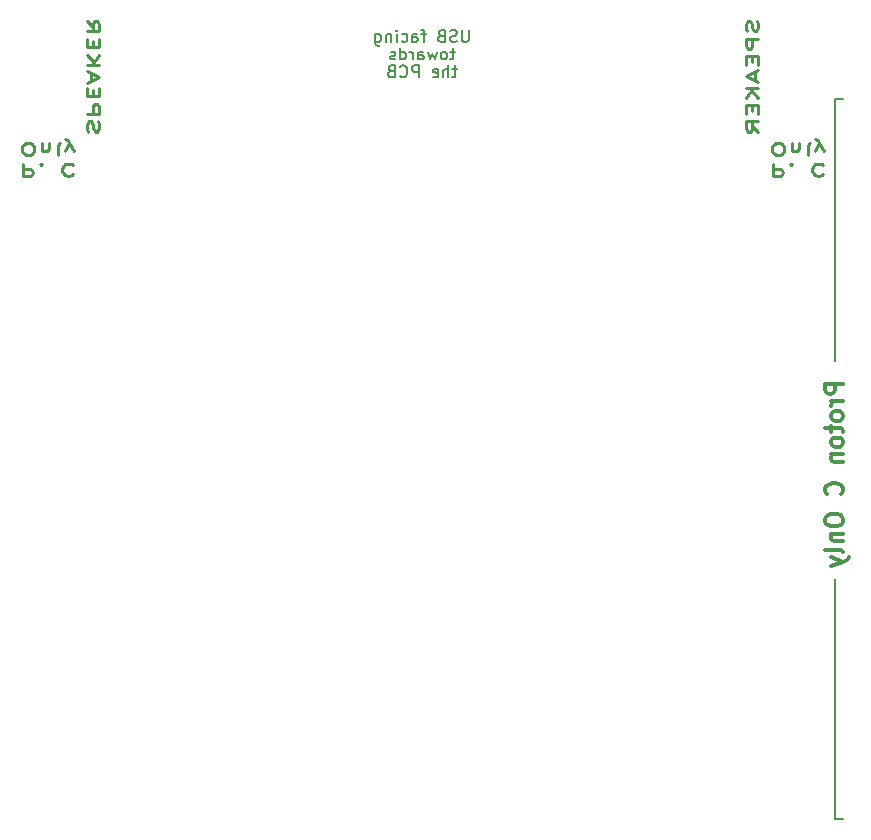
<source format=gbr>
G04 #@! TF.GenerationSoftware,KiCad,Pcbnew,(5.0.1-3-g963ef8bb5)*
G04 #@! TF.CreationDate,2019-02-13T00:25:30-08:00*
G04 #@! TF.ProjectId,midi-anything,6D6964692D616E797468696E672E6B69,rev?*
G04 #@! TF.SameCoordinates,Original*
G04 #@! TF.FileFunction,Legend,Bot*
G04 #@! TF.FilePolarity,Positive*
%FSLAX46Y46*%
G04 Gerber Fmt 4.6, Leading zero omitted, Abs format (unit mm)*
G04 Created by KiCad (PCBNEW (5.0.1-3-g963ef8bb5)) date Wednesday, February 13, 2019 at 12:25:30 AM*
%MOMM*%
%LPD*%
G01*
G04 APERTURE LIST*
%ADD10C,0.250000*%
%ADD11C,0.200000*%
%ADD12C,0.300000*%
%ADD13C,0.150000*%
G04 APERTURE END LIST*
D10*
X171854761Y-58186428D02*
X171902380Y-58400714D01*
X171902380Y-58757857D01*
X171854761Y-58900714D01*
X171807142Y-58972142D01*
X171711904Y-59043571D01*
X171616666Y-59043571D01*
X171521428Y-58972142D01*
X171473809Y-58900714D01*
X171426190Y-58757857D01*
X171378571Y-58472142D01*
X171330952Y-58329285D01*
X171283333Y-58257857D01*
X171188095Y-58186428D01*
X171092857Y-58186428D01*
X170997619Y-58257857D01*
X170950000Y-58329285D01*
X170902380Y-58472142D01*
X170902380Y-58829285D01*
X170950000Y-59043571D01*
X171902380Y-59686428D02*
X170902380Y-59686428D01*
X170902380Y-60257857D01*
X170950000Y-60400714D01*
X170997619Y-60472142D01*
X171092857Y-60543571D01*
X171235714Y-60543571D01*
X171330952Y-60472142D01*
X171378571Y-60400714D01*
X171426190Y-60257857D01*
X171426190Y-59686428D01*
X171378571Y-61186428D02*
X171378571Y-61686428D01*
X171902380Y-61900714D02*
X171902380Y-61186428D01*
X170902380Y-61186428D01*
X170902380Y-61900714D01*
X171616666Y-62472142D02*
X171616666Y-63186428D01*
X171902380Y-62329285D02*
X170902380Y-62829285D01*
X171902380Y-63329285D01*
X171902380Y-63829285D02*
X170902380Y-63829285D01*
X171902380Y-64686428D02*
X171330952Y-64043571D01*
X170902380Y-64686428D02*
X171473809Y-63829285D01*
X171378571Y-65329285D02*
X171378571Y-65829285D01*
X171902380Y-66043571D02*
X171902380Y-65329285D01*
X170902380Y-65329285D01*
X170902380Y-66043571D01*
X171902380Y-67543571D02*
X171426190Y-67043571D01*
X171902380Y-66686428D02*
X170902380Y-66686428D01*
X170902380Y-67257857D01*
X170950000Y-67400714D01*
X170997619Y-67472142D01*
X171092857Y-67543571D01*
X171235714Y-67543571D01*
X171330952Y-67472142D01*
X171378571Y-67400714D01*
X171426190Y-67257857D01*
X171426190Y-66686428D01*
X115165238Y-67543571D02*
X115117619Y-67329285D01*
X115117619Y-66972142D01*
X115165238Y-66829285D01*
X115212857Y-66757857D01*
X115308095Y-66686428D01*
X115403333Y-66686428D01*
X115498571Y-66757857D01*
X115546190Y-66829285D01*
X115593809Y-66972142D01*
X115641428Y-67257857D01*
X115689047Y-67400714D01*
X115736666Y-67472142D01*
X115831904Y-67543571D01*
X115927142Y-67543571D01*
X116022380Y-67472142D01*
X116070000Y-67400714D01*
X116117619Y-67257857D01*
X116117619Y-66900714D01*
X116070000Y-66686428D01*
X115117619Y-66043571D02*
X116117619Y-66043571D01*
X116117619Y-65472142D01*
X116070000Y-65329285D01*
X116022380Y-65257857D01*
X115927142Y-65186428D01*
X115784285Y-65186428D01*
X115689047Y-65257857D01*
X115641428Y-65329285D01*
X115593809Y-65472142D01*
X115593809Y-66043571D01*
X115641428Y-64543571D02*
X115641428Y-64043571D01*
X115117619Y-63829285D02*
X115117619Y-64543571D01*
X116117619Y-64543571D01*
X116117619Y-63829285D01*
X115403333Y-63257857D02*
X115403333Y-62543571D01*
X115117619Y-63400714D02*
X116117619Y-62900714D01*
X115117619Y-62400714D01*
X115117619Y-61900714D02*
X116117619Y-61900714D01*
X115117619Y-61043571D02*
X115689047Y-61686428D01*
X116117619Y-61043571D02*
X115546190Y-61900714D01*
X115641428Y-60400714D02*
X115641428Y-59900714D01*
X115117619Y-59686428D02*
X115117619Y-60400714D01*
X116117619Y-60400714D01*
X116117619Y-59686428D01*
X115117619Y-58186428D02*
X115593809Y-58686428D01*
X115117619Y-59043571D02*
X116117619Y-59043571D01*
X116117619Y-58472142D01*
X116070000Y-58329285D01*
X116022380Y-58257857D01*
X115927142Y-58186428D01*
X115784285Y-58186428D01*
X115689047Y-58257857D01*
X115641428Y-58329285D01*
X115593809Y-58472142D01*
X115593809Y-59043571D01*
D11*
X178435000Y-125730000D02*
X179070000Y-125730000D01*
X178435000Y-105410000D02*
X178435000Y-125730000D01*
X178435000Y-64770000D02*
X179070000Y-64770000D01*
X178435000Y-86995000D02*
X178435000Y-64770000D01*
D10*
X109688571Y-70272619D02*
X109688571Y-71272619D01*
X110260000Y-71272619D01*
X110402857Y-71225000D01*
X110474285Y-71177380D01*
X110545714Y-71082142D01*
X110545714Y-70939285D01*
X110474285Y-70844047D01*
X110402857Y-70796428D01*
X110260000Y-70748809D01*
X109688571Y-70748809D01*
X111188571Y-70367857D02*
X111260000Y-70320238D01*
X111188571Y-70272619D01*
X111117142Y-70320238D01*
X111188571Y-70367857D01*
X111188571Y-70272619D01*
X113902857Y-70367857D02*
X113831428Y-70320238D01*
X113617142Y-70272619D01*
X113474285Y-70272619D01*
X113260000Y-70320238D01*
X113117142Y-70415476D01*
X113045714Y-70510714D01*
X112974285Y-70701190D01*
X112974285Y-70844047D01*
X113045714Y-71034523D01*
X113117142Y-71129761D01*
X113260000Y-71225000D01*
X113474285Y-71272619D01*
X113617142Y-71272619D01*
X113831428Y-71225000D01*
X113902857Y-71177380D01*
X109974285Y-69522619D02*
X110260000Y-69522619D01*
X110402857Y-69475000D01*
X110545714Y-69379761D01*
X110617142Y-69189285D01*
X110617142Y-68855952D01*
X110545714Y-68665476D01*
X110402857Y-68570238D01*
X110260000Y-68522619D01*
X109974285Y-68522619D01*
X109831428Y-68570238D01*
X109688571Y-68665476D01*
X109617142Y-68855952D01*
X109617142Y-69189285D01*
X109688571Y-69379761D01*
X109831428Y-69475000D01*
X109974285Y-69522619D01*
X111260000Y-69189285D02*
X111260000Y-68522619D01*
X111260000Y-69094047D02*
X111331428Y-69141666D01*
X111474285Y-69189285D01*
X111688571Y-69189285D01*
X111831428Y-69141666D01*
X111902857Y-69046428D01*
X111902857Y-68522619D01*
X112831428Y-68522619D02*
X112688571Y-68570238D01*
X112617142Y-68665476D01*
X112617142Y-69522619D01*
X113260000Y-69189285D02*
X113617142Y-68522619D01*
X113974285Y-69189285D02*
X113617142Y-68522619D01*
X113474285Y-68284523D01*
X113402857Y-68236904D01*
X113260000Y-68189285D01*
X173188571Y-70272619D02*
X173188571Y-71272619D01*
X173760000Y-71272619D01*
X173902857Y-71225000D01*
X173974285Y-71177380D01*
X174045714Y-71082142D01*
X174045714Y-70939285D01*
X173974285Y-70844047D01*
X173902857Y-70796428D01*
X173760000Y-70748809D01*
X173188571Y-70748809D01*
X174688571Y-70367857D02*
X174760000Y-70320238D01*
X174688571Y-70272619D01*
X174617142Y-70320238D01*
X174688571Y-70367857D01*
X174688571Y-70272619D01*
X177402857Y-70367857D02*
X177331428Y-70320238D01*
X177117142Y-70272619D01*
X176974285Y-70272619D01*
X176760000Y-70320238D01*
X176617142Y-70415476D01*
X176545714Y-70510714D01*
X176474285Y-70701190D01*
X176474285Y-70844047D01*
X176545714Y-71034523D01*
X176617142Y-71129761D01*
X176760000Y-71225000D01*
X176974285Y-71272619D01*
X177117142Y-71272619D01*
X177331428Y-71225000D01*
X177402857Y-71177380D01*
X173474285Y-69522619D02*
X173760000Y-69522619D01*
X173902857Y-69475000D01*
X174045714Y-69379761D01*
X174117142Y-69189285D01*
X174117142Y-68855952D01*
X174045714Y-68665476D01*
X173902857Y-68570238D01*
X173760000Y-68522619D01*
X173474285Y-68522619D01*
X173331428Y-68570238D01*
X173188571Y-68665476D01*
X173117142Y-68855952D01*
X173117142Y-69189285D01*
X173188571Y-69379761D01*
X173331428Y-69475000D01*
X173474285Y-69522619D01*
X174760000Y-69189285D02*
X174760000Y-68522619D01*
X174760000Y-69094047D02*
X174831428Y-69141666D01*
X174974285Y-69189285D01*
X175188571Y-69189285D01*
X175331428Y-69141666D01*
X175402857Y-69046428D01*
X175402857Y-68522619D01*
X176331428Y-68522619D02*
X176188571Y-68570238D01*
X176117142Y-68665476D01*
X176117142Y-69522619D01*
X176760000Y-69189285D02*
X177117142Y-68522619D01*
X177474285Y-69189285D02*
X177117142Y-68522619D01*
X176974285Y-68284523D01*
X176902857Y-68236904D01*
X176760000Y-68189285D01*
D12*
X179113571Y-88877142D02*
X177613571Y-88877142D01*
X177613571Y-89448571D01*
X177685000Y-89591428D01*
X177756428Y-89662857D01*
X177899285Y-89734285D01*
X178113571Y-89734285D01*
X178256428Y-89662857D01*
X178327857Y-89591428D01*
X178399285Y-89448571D01*
X178399285Y-88877142D01*
X179113571Y-90377142D02*
X178113571Y-90377142D01*
X178399285Y-90377142D02*
X178256428Y-90448571D01*
X178185000Y-90520000D01*
X178113571Y-90662857D01*
X178113571Y-90805714D01*
X179113571Y-91520000D02*
X179042142Y-91377142D01*
X178970714Y-91305714D01*
X178827857Y-91234285D01*
X178399285Y-91234285D01*
X178256428Y-91305714D01*
X178185000Y-91377142D01*
X178113571Y-91520000D01*
X178113571Y-91734285D01*
X178185000Y-91877142D01*
X178256428Y-91948571D01*
X178399285Y-92020000D01*
X178827857Y-92020000D01*
X178970714Y-91948571D01*
X179042142Y-91877142D01*
X179113571Y-91734285D01*
X179113571Y-91520000D01*
X178113571Y-92448571D02*
X178113571Y-93020000D01*
X177613571Y-92662857D02*
X178899285Y-92662857D01*
X179042142Y-92734285D01*
X179113571Y-92877142D01*
X179113571Y-93020000D01*
X179113571Y-93734285D02*
X179042142Y-93591428D01*
X178970714Y-93520000D01*
X178827857Y-93448571D01*
X178399285Y-93448571D01*
X178256428Y-93520000D01*
X178185000Y-93591428D01*
X178113571Y-93734285D01*
X178113571Y-93948571D01*
X178185000Y-94091428D01*
X178256428Y-94162857D01*
X178399285Y-94234285D01*
X178827857Y-94234285D01*
X178970714Y-94162857D01*
X179042142Y-94091428D01*
X179113571Y-93948571D01*
X179113571Y-93734285D01*
X178113571Y-94877142D02*
X179113571Y-94877142D01*
X178256428Y-94877142D02*
X178185000Y-94948571D01*
X178113571Y-95091428D01*
X178113571Y-95305714D01*
X178185000Y-95448571D01*
X178327857Y-95520000D01*
X179113571Y-95520000D01*
X178970714Y-98234285D02*
X179042142Y-98162857D01*
X179113571Y-97948571D01*
X179113571Y-97805714D01*
X179042142Y-97591428D01*
X178899285Y-97448571D01*
X178756428Y-97377142D01*
X178470714Y-97305714D01*
X178256428Y-97305714D01*
X177970714Y-97377142D01*
X177827857Y-97448571D01*
X177685000Y-97591428D01*
X177613571Y-97805714D01*
X177613571Y-97948571D01*
X177685000Y-98162857D01*
X177756428Y-98234285D01*
X177613571Y-100305714D02*
X177613571Y-100591428D01*
X177685000Y-100734285D01*
X177827857Y-100877142D01*
X178113571Y-100948571D01*
X178613571Y-100948571D01*
X178899285Y-100877142D01*
X179042142Y-100734285D01*
X179113571Y-100591428D01*
X179113571Y-100305714D01*
X179042142Y-100162857D01*
X178899285Y-100020000D01*
X178613571Y-99948571D01*
X178113571Y-99948571D01*
X177827857Y-100020000D01*
X177685000Y-100162857D01*
X177613571Y-100305714D01*
X178113571Y-101591428D02*
X179113571Y-101591428D01*
X178256428Y-101591428D02*
X178185000Y-101662857D01*
X178113571Y-101805714D01*
X178113571Y-102020000D01*
X178185000Y-102162857D01*
X178327857Y-102234285D01*
X179113571Y-102234285D01*
X179113571Y-103162857D02*
X179042142Y-103020000D01*
X178899285Y-102948571D01*
X177613571Y-102948571D01*
X178113571Y-103591428D02*
X179113571Y-103948571D01*
X178113571Y-104305714D02*
X179113571Y-103948571D01*
X179470714Y-103805714D01*
X179542142Y-103734285D01*
X179613571Y-103591428D01*
G04 #@! TO.C,U1*
D13*
X146412380Y-62275714D02*
X146031428Y-62275714D01*
X146269523Y-61942380D02*
X146269523Y-62799523D01*
X146221904Y-62894761D01*
X146126666Y-62942380D01*
X146031428Y-62942380D01*
X145698095Y-62942380D02*
X145698095Y-61942380D01*
X145269523Y-62942380D02*
X145269523Y-62418571D01*
X145317142Y-62323333D01*
X145412380Y-62275714D01*
X145555238Y-62275714D01*
X145650476Y-62323333D01*
X145698095Y-62370952D01*
X144412380Y-62894761D02*
X144507619Y-62942380D01*
X144698095Y-62942380D01*
X144793333Y-62894761D01*
X144840952Y-62799523D01*
X144840952Y-62418571D01*
X144793333Y-62323333D01*
X144698095Y-62275714D01*
X144507619Y-62275714D01*
X144412380Y-62323333D01*
X144364761Y-62418571D01*
X144364761Y-62513809D01*
X144840952Y-62609047D01*
X143174285Y-62942380D02*
X143174285Y-61942380D01*
X142793333Y-61942380D01*
X142698095Y-61990000D01*
X142650476Y-62037619D01*
X142602857Y-62132857D01*
X142602857Y-62275714D01*
X142650476Y-62370952D01*
X142698095Y-62418571D01*
X142793333Y-62466190D01*
X143174285Y-62466190D01*
X141602857Y-62847142D02*
X141650476Y-62894761D01*
X141793333Y-62942380D01*
X141888571Y-62942380D01*
X142031428Y-62894761D01*
X142126666Y-62799523D01*
X142174285Y-62704285D01*
X142221904Y-62513809D01*
X142221904Y-62370952D01*
X142174285Y-62180476D01*
X142126666Y-62085238D01*
X142031428Y-61990000D01*
X141888571Y-61942380D01*
X141793333Y-61942380D01*
X141650476Y-61990000D01*
X141602857Y-62037619D01*
X140840952Y-62418571D02*
X140698095Y-62466190D01*
X140650476Y-62513809D01*
X140602857Y-62609047D01*
X140602857Y-62751904D01*
X140650476Y-62847142D01*
X140698095Y-62894761D01*
X140793333Y-62942380D01*
X141174285Y-62942380D01*
X141174285Y-61942380D01*
X140840952Y-61942380D01*
X140745714Y-61990000D01*
X140698095Y-62037619D01*
X140650476Y-62132857D01*
X140650476Y-62228095D01*
X140698095Y-62323333D01*
X140745714Y-62370952D01*
X140840952Y-62418571D01*
X141174285Y-62418571D01*
X146245714Y-60775714D02*
X145864761Y-60775714D01*
X146102857Y-60442380D02*
X146102857Y-61299523D01*
X146055238Y-61394761D01*
X145960000Y-61442380D01*
X145864761Y-61442380D01*
X145388571Y-61442380D02*
X145483809Y-61394761D01*
X145531428Y-61347142D01*
X145579047Y-61251904D01*
X145579047Y-60966190D01*
X145531428Y-60870952D01*
X145483809Y-60823333D01*
X145388571Y-60775714D01*
X145245714Y-60775714D01*
X145150476Y-60823333D01*
X145102857Y-60870952D01*
X145055238Y-60966190D01*
X145055238Y-61251904D01*
X145102857Y-61347142D01*
X145150476Y-61394761D01*
X145245714Y-61442380D01*
X145388571Y-61442380D01*
X144721904Y-60775714D02*
X144531428Y-61442380D01*
X144340952Y-60966190D01*
X144150476Y-61442380D01*
X143960000Y-60775714D01*
X143150476Y-61442380D02*
X143150476Y-60918571D01*
X143198095Y-60823333D01*
X143293333Y-60775714D01*
X143483809Y-60775714D01*
X143579047Y-60823333D01*
X143150476Y-61394761D02*
X143245714Y-61442380D01*
X143483809Y-61442380D01*
X143579047Y-61394761D01*
X143626666Y-61299523D01*
X143626666Y-61204285D01*
X143579047Y-61109047D01*
X143483809Y-61061428D01*
X143245714Y-61061428D01*
X143150476Y-61013809D01*
X142674285Y-61442380D02*
X142674285Y-60775714D01*
X142674285Y-60966190D02*
X142626666Y-60870952D01*
X142579047Y-60823333D01*
X142483809Y-60775714D01*
X142388571Y-60775714D01*
X141626666Y-61442380D02*
X141626666Y-60442380D01*
X141626666Y-61394761D02*
X141721904Y-61442380D01*
X141912380Y-61442380D01*
X142007619Y-61394761D01*
X142055238Y-61347142D01*
X142102857Y-61251904D01*
X142102857Y-60966190D01*
X142055238Y-60870952D01*
X142007619Y-60823333D01*
X141912380Y-60775714D01*
X141721904Y-60775714D01*
X141626666Y-60823333D01*
X141198095Y-61394761D02*
X141102857Y-61442380D01*
X140912380Y-61442380D01*
X140817142Y-61394761D01*
X140769523Y-61299523D01*
X140769523Y-61251904D01*
X140817142Y-61156666D01*
X140912380Y-61109047D01*
X141055238Y-61109047D01*
X141150476Y-61061428D01*
X141198095Y-60966190D01*
X141198095Y-60918571D01*
X141150476Y-60823333D01*
X141055238Y-60775714D01*
X140912380Y-60775714D01*
X140817142Y-60823333D01*
X147412380Y-58942380D02*
X147412380Y-59751904D01*
X147364761Y-59847142D01*
X147317142Y-59894761D01*
X147221904Y-59942380D01*
X147031428Y-59942380D01*
X146936190Y-59894761D01*
X146888571Y-59847142D01*
X146840952Y-59751904D01*
X146840952Y-58942380D01*
X146412380Y-59894761D02*
X146269523Y-59942380D01*
X146031428Y-59942380D01*
X145936190Y-59894761D01*
X145888571Y-59847142D01*
X145840952Y-59751904D01*
X145840952Y-59656666D01*
X145888571Y-59561428D01*
X145936190Y-59513809D01*
X146031428Y-59466190D01*
X146221904Y-59418571D01*
X146317142Y-59370952D01*
X146364761Y-59323333D01*
X146412380Y-59228095D01*
X146412380Y-59132857D01*
X146364761Y-59037619D01*
X146317142Y-58990000D01*
X146221904Y-58942380D01*
X145983809Y-58942380D01*
X145840952Y-58990000D01*
X145079047Y-59418571D02*
X144936190Y-59466190D01*
X144888571Y-59513809D01*
X144840952Y-59609047D01*
X144840952Y-59751904D01*
X144888571Y-59847142D01*
X144936190Y-59894761D01*
X145031428Y-59942380D01*
X145412380Y-59942380D01*
X145412380Y-58942380D01*
X145079047Y-58942380D01*
X144983809Y-58990000D01*
X144936190Y-59037619D01*
X144888571Y-59132857D01*
X144888571Y-59228095D01*
X144936190Y-59323333D01*
X144983809Y-59370952D01*
X145079047Y-59418571D01*
X145412380Y-59418571D01*
X143793333Y-59275714D02*
X143412380Y-59275714D01*
X143650476Y-59942380D02*
X143650476Y-59085238D01*
X143602857Y-58990000D01*
X143507619Y-58942380D01*
X143412380Y-58942380D01*
X142650476Y-59942380D02*
X142650476Y-59418571D01*
X142698095Y-59323333D01*
X142793333Y-59275714D01*
X142983809Y-59275714D01*
X143079047Y-59323333D01*
X142650476Y-59894761D02*
X142745714Y-59942380D01*
X142983809Y-59942380D01*
X143079047Y-59894761D01*
X143126666Y-59799523D01*
X143126666Y-59704285D01*
X143079047Y-59609047D01*
X142983809Y-59561428D01*
X142745714Y-59561428D01*
X142650476Y-59513809D01*
X141745714Y-59894761D02*
X141840952Y-59942380D01*
X142031428Y-59942380D01*
X142126666Y-59894761D01*
X142174285Y-59847142D01*
X142221904Y-59751904D01*
X142221904Y-59466190D01*
X142174285Y-59370952D01*
X142126666Y-59323333D01*
X142031428Y-59275714D01*
X141840952Y-59275714D01*
X141745714Y-59323333D01*
X141317142Y-59942380D02*
X141317142Y-59275714D01*
X141317142Y-58942380D02*
X141364761Y-58990000D01*
X141317142Y-59037619D01*
X141269523Y-58990000D01*
X141317142Y-58942380D01*
X141317142Y-59037619D01*
X140840952Y-59275714D02*
X140840952Y-59942380D01*
X140840952Y-59370952D02*
X140793333Y-59323333D01*
X140698095Y-59275714D01*
X140555238Y-59275714D01*
X140460000Y-59323333D01*
X140412380Y-59418571D01*
X140412380Y-59942380D01*
X139507619Y-59275714D02*
X139507619Y-60085238D01*
X139555238Y-60180476D01*
X139602857Y-60228095D01*
X139698095Y-60275714D01*
X139840952Y-60275714D01*
X139936190Y-60228095D01*
X139507619Y-59894761D02*
X139602857Y-59942380D01*
X139793333Y-59942380D01*
X139888571Y-59894761D01*
X139936190Y-59847142D01*
X139983809Y-59751904D01*
X139983809Y-59466190D01*
X139936190Y-59370952D01*
X139888571Y-59323333D01*
X139793333Y-59275714D01*
X139602857Y-59275714D01*
X139507619Y-59323333D01*
G04 #@! TD*
M02*

</source>
